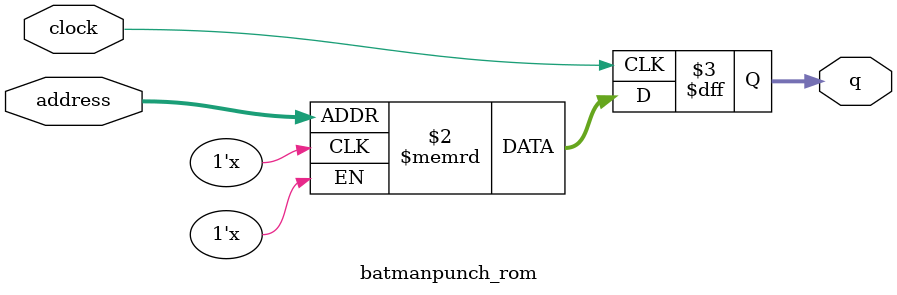
<source format=sv>
module batmanpunch_rom (
	input logic clock,
	input logic [11:0] address,
	output logic [3:0] q
);

logic [3:0] memory [0:4095] /* synthesis ram_init_file = "./batmanpunch/batmanpunch.mif" */;

always_ff @ (posedge clock) begin
	q <= memory[address];
end

endmodule

</source>
